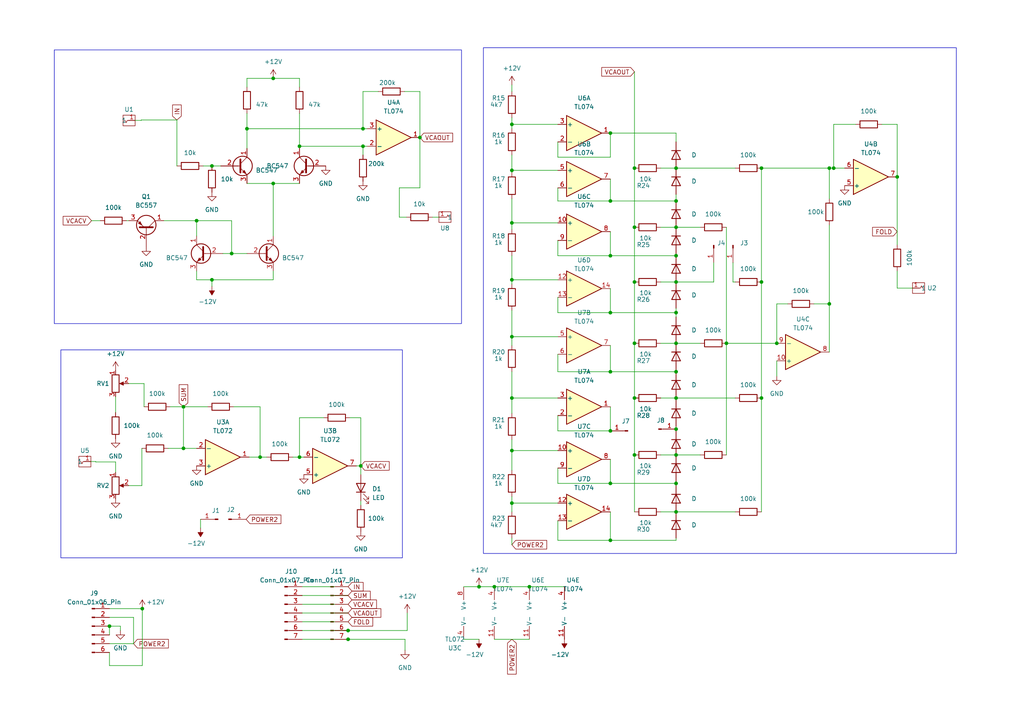
<source format=kicad_sch>
(kicad_sch (version 20230121) (generator eeschema)
  (paper "A4")
  (lib_symbols
    (symbol "Amplifier_Operational:TL072" (pin_names (offset 0.127))
      (property "Reference" "U" (at 0 5.08 0))
      (property "Value" "TL072" (at 0 -5.08 0))
      (symbol "TL072_1_1"
        (pin output line (at 7.62 0 180) (length 2.54) (name "~") (number "1"))
        (pin input line (at -7.62 -2.54 0) (length 2.54) (name "-") (number "2"))
        (pin input line (at -7.62 2.54 0) (length 2.54) (name "+") (number "3"))
      )
      (symbol "TL072_2_1"
        (pin input line (at -7.62 2.54 0) (length 2.54) (name "+") (number "5"))
        (pin input line (at -7.62 -2.54 0) (length 2.54) (name "-") (number "6"))
        (pin output line (at 7.62 0 180) (length 2.54) (name "~") (number "7"))
      )
      (symbol "TL072_3_1"
        (pin power_in line (at -2.54 -7.62 90) (length 3.81) (name "V-") (number "4"))
        (pin power_in line (at -2.54 7.62 270) (length 3.81) (name "V+") (number "8"))
      )
    )
    (symbol "Amplifier_Operational:TL074" (pin_names (offset 0.127))
      (property "Reference" "U" (at 0 5.08 0))
      (property "Value" "TL074" (at 0 -5.08 0))
      (symbol "TL074_1_1"
        (pin output line (at 7.62 0 180) (length 2.54) (name "~") (number "1"))
        (pin input line (at -7.62 -2.54 0) (length 2.54) (name "-") (number "2"))
        (pin input line (at -7.62 2.54 0) (length 2.54) (name "+") (number "3"))
      )
      (symbol "TL074_2_1"
        (pin input line (at -7.62 2.54 0) (length 2.54) (name "+") (number "5"))
        (pin input line (at -7.62 -2.54 0) (length 2.54) (name "-") (number "6"))
        (pin output line (at 7.62 0 180) (length 2.54) (name "~") (number "7"))
      )
      (symbol "TL074_3_1"
        (pin input line (at -7.62 2.54 0) (length 2.54) (name "+") (number "10"))
        (pin output line (at 7.62 0 180) (length 2.54) (name "~") (number "8"))
        (pin input line (at -7.62 -2.54 0) (length 2.54) (name "-") (number "9"))
      )
      (symbol "TL074_4_1"
        (pin input line (at -7.62 2.54 0) (length 2.54) (name "+") (number "12"))
        (pin input line (at -7.62 -2.54 0) (length 2.54) (name "-") (number "13"))
        (pin output line (at 7.62 0 180) (length 2.54) (name "~") (number "14"))
      )
      (symbol "TL074_5_1"
        (pin power_in line (at -2.54 -7.62 90) (length 3.81) (name "V-") (number "11"))
        (pin power_in line (at -2.54 7.62 270) (length 3.81) (name "V+") (number "4"))
      )
    )
    (symbol "Connector:Conn_01x01_Pin" (pin_names (offset 1.016) hide)
      (property "Reference" "J" (at 0 2.54 0))
      (property "Value" "Conn_01x01_Pin" (at 0 -2.54 0))
      (symbol "Conn_01x01_Pin_1_1"
        (pin passive line (at 5.08 0 180) (length 3.81) (name "Pin_1") (number "1"))
      )
    )
    (symbol "Connector:Conn_01x06_Pin" (pin_names (offset 1.016) hide)
      (property "Reference" "J" (at 0 7.62 0))
      (property "Value" "Conn_01x06_Pin" (at 0 -10.16 0))
      (symbol "Conn_01x06_Pin_1_1"
        (pin passive line (at 5.08 5.08 180) (length 3.81) (name "Pin_1") (number "1"))
        (pin passive line (at 5.08 2.54 180) (length 3.81) (name "Pin_2") (number "2"))
        (pin passive line (at 5.08 0 180) (length 3.81) (name "Pin_3") (number "3"))
        (pin passive line (at 5.08 -2.54 180) (length 3.81) (name "Pin_4") (number "4"))
        (pin passive line (at 5.08 -5.08 180) (length 3.81) (name "Pin_5") (number "5"))
        (pin passive line (at 5.08 -7.62 180) (length 3.81) (name "Pin_6") (number "6"))
      )
    )
    (symbol "Connector:Conn_01x07_Pin" (pin_names (offset 1.016) hide)
      (property "Reference" "J" (at 0 10.16 0))
      (property "Value" "Conn_01x07_Pin" (at 0 -10.16 0))
      (symbol "Conn_01x07_Pin_1_1"
        (pin passive line (at 5.08 7.62 180) (length 3.81) (name "Pin_1") (number "1"))
        (pin passive line (at 5.08 5.08 180) (length 3.81) (name "Pin_2") (number "2"))
        (pin passive line (at 5.08 2.54 180) (length 3.81) (name "Pin_3") (number "3"))
        (pin passive line (at 5.08 0 180) (length 3.81) (name "Pin_4") (number "4"))
        (pin passive line (at 5.08 -2.54 180) (length 3.81) (name "Pin_5") (number "5"))
        (pin passive line (at 5.08 -5.08 180) (length 3.81) (name "Pin_6") (number "6"))
        (pin passive line (at 5.08 -7.62 180) (length 3.81) (name "Pin_7") (number "7"))
      )
    )
    (symbol "Device:D" (pin_numbers hide) (pin_names (offset 1.016) hide)
      (property "Reference" "D" (at 0 2.54 0))
      (property "Value" "D" (at 0 -2.54 0))
      (symbol "D_1_1"
        (pin passive line (at -3.81 0 0) (length 2.54) (name "K") (number "1"))
        (pin passive line (at 3.81 0 180) (length 2.54) (name "A") (number "2"))
      )
    )
    (symbol "Device:LED" (pin_numbers hide) (pin_names (offset 1.016) hide)
      (property "Reference" "D" (at 0 2.54 0))
      (property "Value" "LED" (at 0 -2.54 0))
      (symbol "LED_1_1"
        (pin passive line (at -3.81 0 0) (length 2.54) (name "K") (number "1"))
        (pin passive line (at 3.81 0 180) (length 2.54) (name "A") (number "2"))
      )
    )
    (symbol "Device:R" (pin_numbers hide) (pin_names (offset 0))
      (property "Reference" "R" (at 2.032 0 90))
      (property "Value" "R" (at 0 0 90))
      (symbol "R_1_1"
        (pin passive line (at 0 3.81 270) (length 1.27) (name "~") (number "1"))
        (pin passive line (at 0 -3.81 90) (length 1.27) (name "~") (number "2"))
      )
    )
    (symbol "Device:R_Potentiometer" (pin_names (offset 1.016) hide)
      (property "Reference" "RV" (at -4.445 0 90))
      (property "Value" "R_Potentiometer" (at -2.54 0 90))
      (symbol "R_Potentiometer_1_1"
        (pin passive line (at 0 3.81 270) (length 1.27) (name "1") (number "1"))
        (pin passive line (at 3.81 0 180) (length 1.27) (name "2") (number "2"))
        (pin passive line (at 0 -3.81 90) (length 1.27) (name "3") (number "3"))
      )
    )
    (symbol "HEJ:Aux_flush"
      (property "Reference" "U" (at -0.0508 5.3848 0))
      (symbol "Aux_flush_1_1"
        (pin bidirectional line (at 1.7272 0 180) (length 2) (name "1") (number "1"))
      )
    )
    (symbol "Transistor_BJT:BC547" (pin_names (offset 0) hide)
      (property "Reference" "Q" (at 5.08 1.905 0))
      (property "Value" "BC547" (at 5.08 0 0))
      (symbol "BC547_1_1"
        (pin passive line (at 2.54 5.08 270) (length 2.54) (name "C") (number "1"))
        (pin input line (at -5.08 0 0) (length 5.08) (name "B") (number "2"))
        (pin passive line (at 2.54 -5.08 90) (length 2.54) (name "E") (number "3"))
      )
    )
    (symbol "Transistor_BJT:BC557" (pin_names (offset 0) hide)
      (property "Reference" "Q" (at 5.08 1.905 0))
      (property "Value" "BC557" (at 5.08 0 0))
      (symbol "BC557_1_1"
        (pin passive line (at 2.54 5.08 270) (length 2.54) (name "C") (number "1"))
        (pin input line (at -5.08 0 0) (length 5.715) (name "B") (number "2"))
        (pin passive line (at 2.54 -5.08 90) (length 2.54) (name "E") (number "3"))
      )
    )
    (symbol "power:+12V" (power) (pin_names (offset 0))
      (property "Value" "+12V" (at 0 3.556 0))
      (symbol "+12V_1_1"
        (pin power_in line (at 0 0 90) (length 0) hide (name "+12V") (number "1"))
      )
    )
    (symbol "power:-12V" (power) (pin_names (offset 0))
      (property "Value" "-12V" (at 0 3.81 0))
      (symbol "-12V_0_0"
        (pin power_in line (at 0 0 90) (length 0) hide (name "-12V") (number "1"))
      )
    )
    (symbol "power:GND" (power) (pin_names (offset 0))
      (property "Value" "GND" (at 0 -3.81 0))
      (symbol "GND_1_1"
        (pin power_in line (at 0 0 270) (length 0) hide (name "GND") (number "1"))
      )
    )
  )
  (junction (at 196.088 124.46))
  (junction (at 100.965 185.42))
  (junction (at 196.088 107.823))
  (junction (at 148.463 64.643))
  (junction (at 148.463 115.443))
  (junction (at 53.213 117.983))
  (junction (at 240.538 48.768))
  (junction (at 184.023 81.788))
  (junction (at 153.543 170.18))
  (junction (at 148.463 145.923))
  (junction (at 196.088 90.678))
  (junction (at 184.023 131.953))
  (junction (at 71.628 37.338))
  (junction (at 177.038 140.208))
  (junction (at 260.223 51.308))
  (junction (at 177.038 38.608))
  (junction (at 121.793 39.878))
  (junction (at 220.853 48.768))
  (junction (at 86.868 42.418))
  (junction (at 196.088 81.788))
  (junction (at 177.038 58.293))
  (junction (at 31.75 181.61))
  (junction (at 67.183 73.533))
  (junction (at 196.088 99.568))
  (junction (at 148.463 130.683))
  (junction (at 61.468 81.153))
  (junction (at 196.088 131.953))
  (junction (at 79.248 22.733))
  (junction (at 61.468 48.133))
  (junction (at 225.298 99.568))
  (junction (at 57.023 64.008))
  (junction (at 184.023 65.913))
  (junction (at 53.213 130.048))
  (junction (at 148.463 81.153))
  (junction (at 240.538 88.138))
  (junction (at 184.023 99.568))
  (junction (at 41.275 176.53))
  (junction (at 220.853 115.443))
  (junction (at 196.088 140.208))
  (junction (at 184.023 115.443))
  (junction (at 177.038 74.168))
  (junction (at 75.438 132.588))
  (junction (at 177.038 124.968))
  (junction (at 241.808 48.768))
  (junction (at 105.283 42.418))
  (junction (at 100.965 182.88))
  (junction (at 210.693 99.568))
  (junction (at 196.088 148.463))
  (junction (at 148.463 97.663))
  (junction (at 177.038 156.718))
  (junction (at 104.648 135.128))
  (junction (at 196.088 65.913))
  (junction (at 86.868 132.588))
  (junction (at 196.088 58.293))
  (junction (at 148.463 36.068))
  (junction (at 196.088 74.168))
  (junction (at 196.088 48.768))
  (junction (at 220.853 81.788))
  (junction (at 143.383 170.18))
  (junction (at 177.038 90.678))
  (junction (at 184.023 48.768))
  (junction (at 138.938 170.18))
  (junction (at 196.088 115.443))
  (junction (at 148.463 49.403))
  (junction (at 177.038 107.823))
  (junction (at 79.248 53.213))
  (junction (at 105.283 37.338))
  (wire (pts (xy 148.463 66.548) (xy 148.463 64.643)))
  (wire (pts (xy 61.468 48.133) (xy 64.008 48.133)))
  (wire (pts (xy 153.543 170.18) (xy 163.703 170.18)))
  (wire (pts (xy 196.088 148.463) (xy 191.643 148.463)))
  (wire (pts (xy 220.853 115.443) (xy 220.853 81.788)))
  (wire (pts (xy 161.798 140.208) (xy 177.038 140.208)))
  (wire (pts (xy 220.853 81.788) (xy 220.853 48.768)))
  (wire (pts (xy 79.248 22.733) (xy 86.868 22.733)))
  (wire (pts (xy 161.798 120.523) (xy 161.798 124.968)))
  (wire (pts (xy 148.463 36.068) (xy 148.463 34.163)))
  (wire (pts (xy 148.463 36.068) (xy 161.798 36.068)))
  (wire (pts (xy 161.798 90.678) (xy 177.038 90.678)))
  (wire (pts (xy 148.463 148.463) (xy 148.463 145.923)))
  (wire (pts (xy 196.088 115.443) (xy 191.643 115.443)))
  (wire (pts (xy 161.798 102.743) (xy 161.798 107.823)))
  (wire (pts (xy 49.403 117.983) (xy 53.213 117.983)))
  (wire (pts (xy 161.798 86.233) (xy 161.798 90.678)))
  (wire (pts (xy 196.088 132.588) (xy 196.088 131.953)))
  (wire (pts (xy 87.63 185.42) (xy 100.965 185.42)))
  (wire (pts (xy 48.768 130.048) (xy 53.213 130.048)))
  (wire (pts (xy 134.493 185.42) (xy 138.938 185.42)))
  (wire (pts (xy 177.038 124.968) (xy 177.038 117.983)))
  (wire (pts (xy 148.463 119.888) (xy 148.463 115.443)))
  (wire (pts (xy 104.648 135.128) (xy 104.648 137.668)))
  (wire (pts (xy 41.783 111.252) (xy 41.783 117.983)))
  (wire (pts (xy 86.868 132.588) (xy 86.868 121.158)))
  (wire (pts (xy 196.088 99.568) (xy 191.643 99.568)))
  (wire (pts (xy 53.213 130.048) (xy 57.023 130.048)))
  (wire (pts (xy 148.463 100.203) (xy 148.463 97.663)))
  (wire (pts (xy 101.473 121.158) (xy 104.648 121.158)))
  (wire (pts (xy 184.023 65.913) (xy 184.023 81.788)))
  (wire (pts (xy 121.793 54.483) (xy 121.793 39.878)))
  (wire (pts (xy 240.538 88.138) (xy 236.093 88.138)))
  (wire (pts (xy 58.166 150.622) (xy 58.166 153.162)))
  (wire (pts (xy 161.798 41.148) (xy 161.798 45.593)))
  (wire (pts (xy 184.023 20.828) (xy 184.023 48.768)))
  (wire (pts (xy 118.11 182.88) (xy 118.11 177.8)))
  (wire (pts (xy 27.7622 133.858) (xy 27.7622 133.985)))
  (wire (pts (xy 241.808 36.068) (xy 248.158 36.068)))
  (wire (pts (xy 212.598 76.2) (xy 212.598 81.788)))
  (wire (pts (xy 71.628 37.338) (xy 105.283 37.338)))
  (wire (pts (xy 31.75 193.04) (xy 31.75 189.23)))
  (wire (pts (xy 177.038 156.718) (xy 196.088 156.718)))
  (wire (pts (xy 210.693 99.568) (xy 225.298 99.568)))
  (wire (pts (xy 105.283 26.543) (xy 109.728 26.543)))
  (wire (pts (xy 79.248 53.213) (xy 79.248 68.453)))
  (wire (pts (xy 53.213 130.048) (xy 53.213 117.983)))
  (wire (pts (xy 138.938 170.18) (xy 143.383 170.18)))
  (wire (pts (xy 260.223 51.308) (xy 260.223 70.993)))
  (wire (pts (xy 103.378 135.128) (xy 104.648 135.128)))
  (wire (pts (xy 51.308 34.798) (xy 51.308 48.133)))
  (wire (pts (xy 161.798 124.968) (xy 177.038 124.968)))
  (wire (pts (xy 105.283 44.958) (xy 105.283 42.418)))
  (wire (pts (xy 196.088 74.168) (xy 196.088 73.533)))
  (wire (pts (xy 87.63 177.8) (xy 100.965 177.8)))
  (wire (pts (xy 196.088 116.078) (xy 196.088 115.443)))
  (wire (pts (xy 161.798 151.003) (xy 161.798 156.718)))
  (wire (pts (xy 161.798 45.593) (xy 177.038 45.593)))
  (wire (pts (xy 196.088 48.768) (xy 191.643 48.768)))
  (wire (pts (xy 196.088 48.768) (xy 213.233 48.768)))
  (wire (pts (xy 196.088 156.718) (xy 196.088 156.083)))
  (wire (pts (xy 161.798 130.683) (xy 148.463 130.683)))
  (wire (pts (xy 87.63 172.72) (xy 100.965 172.72)))
  (wire (pts (xy 184.023 99.568) (xy 184.023 115.443)))
  (wire (pts (xy 86.868 121.158) (xy 93.853 121.158)))
  (wire (pts (xy 255.778 36.068) (xy 260.223 36.068)))
  (wire (pts (xy 196.088 90.678) (xy 196.088 91.948)))
  (wire (pts (xy 177.038 38.608) (xy 196.088 38.608)))
  (wire (pts (xy 71.628 25.273) (xy 71.628 22.733)))
  (wire (pts (xy 161.798 54.483) (xy 161.798 58.293)))
  (wire (pts (xy 125.476 62.992) (xy 127.3048 62.992)))
  (wire (pts (xy 220.853 48.768) (xy 240.538 48.768)))
  (wire (pts (xy 117.856 62.992) (xy 115.824 62.992)))
  (wire (pts (xy 37.338 140.843) (xy 41.148 140.843)))
  (wire (pts (xy 143.383 170.18) (xy 153.543 170.18)))
  (wire (pts (xy 148.463 145.923) (xy 161.798 145.923)))
  (wire (pts (xy 37.338 64.008) (xy 36.703 64.008)))
  (wire (pts (xy 31.75 186.69) (xy 38.735 186.69)))
  (wire (pts (xy 67.818 117.983) (xy 75.438 117.983)))
  (wire (pts (xy 148.463 26.543) (xy 148.463 24.638)))
  (wire (pts (xy 260.223 83.566) (xy 260.223 78.613)))
  (wire (pts (xy 57.023 78.613) (xy 57.023 81.153)))
  (wire (pts (xy 39.1922 34.925) (xy 40.9702 34.925)))
  (wire (pts (xy 61.468 81.153) (xy 61.468 83.058)))
  (wire (pts (xy 87.63 170.18) (xy 100.965 170.18)))
  (wire (pts (xy 104.648 145.288) (xy 104.648 146.558)))
  (wire (pts (xy 40.9702 34.925) (xy 40.9702 34.798)))
  (wire (pts (xy 71.628 53.213) (xy 79.248 53.213)))
  (wire (pts (xy 196.088 140.208) (xy 196.088 140.843)))
  (wire (pts (xy 240.538 48.768) (xy 240.538 57.658)))
  (wire (pts (xy 41.275 176.53) (xy 41.275 193.04)))
  (wire (pts (xy 161.798 58.293) (xy 177.038 58.293)))
  (wire (pts (xy 37.338 111.252) (xy 41.783 111.252)))
  (wire (pts (xy 57.023 64.008) (xy 57.023 68.453)))
  (wire (pts (xy 38.735 186.69) (xy 38.735 179.07)))
  (wire (pts (xy 240.538 88.138) (xy 240.538 102.108)))
  (wire (pts (xy 148.463 127.508) (xy 148.463 130.683)))
  (wire (pts (xy 196.088 124.46) (xy 196.088 124.968)))
  (wire (pts (xy 34.925 181.61) (xy 31.75 181.61)))
  (wire (pts (xy 177.038 58.293) (xy 196.088 58.293)))
  (wire (pts (xy 148.463 37.338) (xy 148.463 36.068)))
  (wire (pts (xy 161.798 156.718) (xy 177.038 156.718)))
  (wire (pts (xy 87.63 175.26) (xy 100.965 175.26)))
  (wire (pts (xy 177.038 58.293) (xy 177.038 51.943)))
  (wire (pts (xy 161.798 107.823) (xy 177.038 107.823)))
  (wire (pts (xy 196.088 65.913) (xy 191.643 65.913)))
  (wire (pts (xy 177.038 90.678) (xy 177.038 83.693)))
  (wire (pts (xy 148.463 97.663) (xy 161.798 97.663)))
  (wire (pts (xy 29.083 64.008) (xy 26.543 64.008)))
  (wire (pts (xy 177.038 45.593) (xy 177.038 38.608)))
  (wire (pts (xy 225.298 109.093) (xy 225.298 104.648)))
  (wire (pts (xy 184.023 131.953) (xy 184.023 148.463)))
  (wire (pts (xy 184.023 115.443) (xy 184.023 131.953)))
  (wire (pts (xy 86.868 42.418) (xy 105.283 42.418)))
  (wire (pts (xy 100.965 182.88) (xy 118.11 182.88)))
  (wire (pts (xy 117.348 26.543) (xy 121.793 26.543)))
  (wire (pts (xy 40.9702 34.798) (xy 51.308 34.798)))
  (wire (pts (xy 196.088 115.443) (xy 213.233 115.443)))
  (wire (pts (xy 148.463 115.443) (xy 161.798 115.443)))
  (wire (pts (xy 33.528 133.985) (xy 27.7622 133.985)))
  (wire (pts (xy 86.868 22.733) (xy 86.868 25.273)))
  (wire (pts (xy 177.038 156.718) (xy 177.038 148.463)))
  (wire (pts (xy 115.824 54.483) (xy 121.793 54.483)))
  (wire (pts (xy 161.798 49.403) (xy 148.463 49.403)))
  (wire (pts (xy 87.63 182.88) (xy 100.965 182.88)))
  (wire (pts (xy 71.628 37.338) (xy 71.628 43.053)))
  (wire (pts (xy 31.75 193.04) (xy 41.275 193.04)))
  (wire (pts (xy 134.493 170.18) (xy 138.938 170.18)))
  (wire (pts (xy 196.088 131.953) (xy 203.073 131.953)))
  (wire (pts (xy 148.463 74.168) (xy 148.463 81.153)))
  (wire (pts (xy 196.088 139.573) (xy 196.088 140.208)))
  (wire (pts (xy 148.463 145.923) (xy 148.463 144.018)))
  (wire (pts (xy 196.088 58.293) (xy 196.088 56.388)))
  (wire (pts (xy 161.798 69.723) (xy 161.798 74.168)))
  (wire (pts (xy 241.808 48.768) (xy 241.808 36.068)))
  (wire (pts (xy 31.75 181.61) (xy 31.75 184.15)))
  (wire (pts (xy 177.038 90.678) (xy 196.088 90.678)))
  (wire (pts (xy 58.928 48.133) (xy 61.468 48.133)))
  (wire (pts (xy 196.088 148.463) (xy 213.233 148.463)))
  (wire (pts (xy 148.463 90.043) (xy 148.463 97.663)))
  (wire (pts (xy 61.468 81.153) (xy 79.248 81.153)))
  (wire (pts (xy 196.088 65.913) (xy 203.073 65.913)))
  (wire (pts (xy 260.223 83.566) (xy 264.668 83.566)))
  (wire (pts (xy 33.528 137.033) (xy 33.528 133.985)))
  (wire (pts (xy 177.038 100.203) (xy 177.038 107.823)))
  (wire (pts (xy 240.538 48.768) (xy 241.808 48.768)))
  (wire (pts (xy 117.475 188.595) (xy 117.475 185.42)))
  (wire (pts (xy 105.283 37.338) (xy 106.553 37.338)))
  (wire (pts (xy 148.463 82.423) (xy 148.463 81.153)))
  (wire (pts (xy 225.298 99.568) (xy 225.298 88.138)))
  (wire (pts (xy 148.463 81.153) (xy 161.798 81.153)))
  (wire (pts (xy 240.538 65.278) (xy 240.538 88.138)))
  (wire (pts (xy 75.438 132.588) (xy 72.263 132.588)))
  (wire (pts (xy 41.148 140.843) (xy 41.148 130.048)))
  (wire (pts (xy 148.463 64.643) (xy 161.798 64.643)))
  (wire (pts (xy 64.643 73.533) (xy 67.183 73.533)))
  (wire (pts (xy 177.038 140.208) (xy 196.088 140.208)))
  (wire (pts (xy 31.75 176.53) (xy 41.275 176.53)))
  (wire (pts (xy 196.088 123.698) (xy 196.088 124.46)))
  (wire (pts (xy 75.438 117.983) (xy 75.438 132.588)))
  (wire (pts (xy 212.598 81.788) (xy 213.233 81.788)))
  (wire (pts (xy 79.248 81.153) (xy 79.248 78.613)))
  (wire (pts (xy 196.088 81.788) (xy 191.643 81.788)))
  (wire (pts (xy 184.023 81.788) (xy 184.023 99.568)))
  (wire (pts (xy 38.735 179.07) (xy 31.75 179.07)))
  (wire (pts (xy 177.038 140.208) (xy 177.038 133.223)))
  (wire (pts (xy 33.528 119.634) (xy 33.528 115.062)))
  (wire (pts (xy 210.693 99.568) (xy 210.693 131.953)))
  (wire (pts (xy 67.183 73.533) (xy 71.628 73.533)))
  (wire (pts (xy 79.248 53.213) (xy 86.868 53.213)))
  (wire (pts (xy 86.868 32.893) (xy 86.868 42.418)))
  (wire (pts (xy 77.343 132.588) (xy 75.438 132.588)))
  (wire (pts (xy 177.038 107.823) (xy 196.088 107.823)))
  (wire (pts (xy 143.383 185.42) (xy 153.543 185.42)))
  (wire (pts (xy 67.183 64.008) (xy 67.183 73.533)))
  (wire (pts (xy 196.088 38.608) (xy 196.088 41.148)))
  (wire (pts (xy 210.693 65.913) (xy 210.693 99.568)))
  (wire (pts (xy 88.138 132.588) (xy 86.868 132.588)))
  (wire (pts (xy 260.223 36.068) (xy 260.223 51.308)))
  (wire (pts (xy 105.283 42.418) (xy 106.553 42.418)))
  (wire (pts (xy 47.498 64.008) (xy 57.023 64.008)))
  (wire (pts (xy 34.925 182.88) (xy 34.925 181.61)))
  (wire (pts (xy 53.213 117.983) (xy 60.198 117.983)))
  (wire (pts (xy 196.088 89.408) (xy 196.088 90.678)))
  (wire (pts (xy 87.63 180.34) (xy 100.965 180.34)))
  (wire (pts (xy 148.463 130.683) (xy 148.463 136.398)))
  (wire (pts (xy 26.3652 133.858) (xy 27.7622 133.858)))
  (wire (pts (xy 84.963 132.588) (xy 86.868 132.588)))
  (wire (pts (xy 225.298 88.138) (xy 228.473 88.138)))
  (wire (pts (xy 57.023 81.153) (xy 61.468 81.153)))
  (wire (pts (xy 177.038 74.168) (xy 177.038 67.183)))
  (wire (pts (xy 104.648 135.128) (xy 104.648 121.158)))
  (wire (pts (xy 177.038 74.168) (xy 196.088 74.168)))
  (wire (pts (xy 161.798 135.763) (xy 161.798 140.208)))
  (wire (pts (xy 196.088 107.823) (xy 196.088 107.188)))
  (wire (pts (xy 207.01 76.2) (xy 207.01 81.788)))
  (wire (pts (xy 148.463 57.658) (xy 148.463 64.643)))
  (wire (pts (xy 148.463 157.988) (xy 148.463 156.083)))
  (wire (pts (xy 105.283 37.338) (xy 105.283 26.543)))
  (wire (pts (xy 241.808 48.768) (xy 244.983 48.768)))
  (wire (pts (xy 117.475 185.42) (xy 100.965 185.42)))
  (wire (pts (xy 207.01 81.788) (xy 196.088 81.788)))
  (wire (pts (xy 57.023 64.008) (xy 67.183 64.008)))
  (wire (pts (xy 71.628 22.733) (xy 79.248 22.733)))
  (wire (pts (xy 71.628 32.893) (xy 71.628 37.338)))
  (wire (pts (xy 148.463 44.958) (xy 148.463 49.403)))
  (wire (pts (xy 161.798 74.168) (xy 177.038 74.168)))
  (wire (pts (xy 121.793 26.543) (xy 121.793 39.878)))
  (wire (pts (xy 148.463 49.403) (xy 148.463 50.038)))
  (wire (pts (xy 184.023 48.768) (xy 184.023 65.913)))
  (wire (pts (xy 86.868 42.418) (xy 86.868 43.053)))
  (wire (pts (xy 220.853 148.463) (xy 220.853 115.443)))
  (wire (pts (xy 115.824 62.992) (xy 115.824 54.483)))
  (wire (pts (xy 196.088 99.568) (xy 203.073 99.568)))
  (wire (pts (xy 148.463 107.823) (xy 148.463 115.443)))
  (wire (pts (xy 196.088 131.953) (xy 191.643 131.953)))
  (rectangle (start 17.653 101.473) (end 116.713 161.798))
  (rectangle (start 140.208 13.843) (end 277.368 160.528))
  (rectangle (start 15.748 14.478) (end 133.858 93.853))
  (global_label "SUM" (shape input) (at 53.213 117.983 90) (property "Intersheetrefs" "${INTERSHEET_REFS}" (effects hide)))
  (global_label "POWER2" (shape input) (at 71.374 150.622 0) (property "Intersheetrefs" "${INTERSHEET_REFS}" (effects hide)))
  (global_label "SUM" (shape input) (at 100.965 172.72 0) (property "Intersheetrefs" "${INTERSHEET_REFS}" (effects hide)))
  (global_label "FOLD" (shape input) (at 100.965 180.34 0) (property "Intersheetrefs" "${INTERSHEET_REFS}" (effects hide)))
  (global_label "POWER2" (shape input) (at 148.463 157.988 0) (property "Intersheetrefs" "${INTERSHEET_REFS}" (effects hide)))
  (global_label "FOLD" (shape input) (at 260.223 67.183 180) (property "Intersheetrefs" "${INTERSHEET_REFS}" (effects hide)))
  (global_label "VCAOUT" (shape input) (at 121.793 39.878 0) (property "Intersheetrefs" "${INTERSHEET_REFS}" (effects hide)))
  (global_label "VCACV" (shape input) (at 26.543 64.008 180) (property "Intersheetrefs" "${INTERSHEET_REFS}" (effects hide)))
  (global_label "VCACV" (shape input) (at 104.648 135.128 0) (property "Intersheetrefs" "${INTERSHEET_REFS}" (effects hide)))
  (global_label "POWER2" (shape input) (at 148.4658 185.42 270) (property "Intersheetrefs" "${INTERSHEET_REFS}" (effects hide)))
  (global_label "VCAOUT" (shape input) (at 184.023 20.828 180) (property "Intersheetrefs" "${INTERSHEET_REFS}" (effects hide)))
  (global_label "VCAOUT" (shape input) (at 100.965 177.8 0) (property "Intersheetrefs" "${INTERSHEET_REFS}" (effects hide)))
  (global_label "IN" (shape input) (at 100.965 170.18 0) (property "Intersheetrefs" "${INTERSHEET_REFS}" (effects hide)))
  (global_label "POWER2" (shape input) (at 38.735 186.69 0) (property "Intersheetrefs" "${INTERSHEET_REFS}" (effects hide)))
  (global_label "VCACV" (shape input) (at 100.965 175.26 0) (property "Intersheetrefs" "${INTERSHEET_REFS}" (effects hide)))
  (global_label "IN" (shape input) (at 51.308 34.798 90) (property "Intersheetrefs" "${INTERSHEET_REFS}" (effects hide)))
  (symbol (lib_id "Device:R") (at 86.868 29.083 0) (unit 1)
    (property "Reference" "R9" (effects hide))
    (property "Value" "47k" (at 89.408 30.3529 0) (effects (justify left)))
    (property "Footprint" "Resistor_THT:R_Axial_DIN0204_L3.6mm_D1.6mm_P7.62mm_Horizontal" (effects hide))
  )
  (symbol (lib_id "Amplifier_Operational:TL072") (at 64.643 132.588 0) (mirror x) (unit 1)
    (property "Reference" "U3" (at 64.643 122.428 0))
    (property "Value" "TL072" (at 64.643 124.968 0))
    (property "Footprint" "Package_DIP:DIP-8_W7.62mm" (effects hide))
    (property "Datasheet" "http://www.ti.com/lit/ds/symlink/tl071.pdf" (effects hide))
  )
  (symbol (lib_id "Amplifier_Operational:TL074") (at 169.418 83.693 0) (unit 4)
    (property "Reference" "U6" (at 169.418 75.438 0))
    (property "Value" "TL074" (at 169.418 77.978 0))
    (property "Footprint" "Package_DIP:DIP-14_W7.62mm" (effects hide))
    (property "Datasheet" "http://www.ti.com/lit/ds/symlink/tl071.pdf" (effects hide))
  )
  (symbol (lib_id "power:-12V") (at 61.468 83.058 180) (unit 1)
    (property "Reference" "#PWR07" (effects hide))
    (property "Value" "-12V" (at 60.198 87.503 0))
  )
  (symbol (lib_id "Device:D") (at 196.088 152.273 270) (unit 1)
    (property "Reference" "D15" (effects hide))
    (property "Value" "D" (at 200.533 152.273 90) (effects (justify left)))
    (property "Footprint" "Diode_THT:D_A-405_P5.08mm_Vertical_AnodeUp" (effects hide))
  )
  (symbol (lib_id "Device:R") (at 251.968 36.068 90) (unit 1)
    (property "Reference" "R40" (effects hide))
    (property "Value" "100k" (at 251.968 32.258 90))
    (property "Footprint" "Resistor_THT:R_Axial_DIN0204_L3.6mm_D1.6mm_P7.62mm_Horizontal" (effects hide))
  )
  (symbol (lib_id "Transistor_BJT:BC547") (at 69.088 48.133 0) (unit 1)
    (property "Reference" "Q3" (effects hide))
    (property "Value" "BC547" (at 74.168 49.4029 0) (effects (justify left)))
    (property "Footprint" "Package_TO_SOT_THT:TO-92_Inline_Wide" (effects hide))
    (property "Datasheet" "https://www.onsemi.com/pub/Collateral/BC550-D.pdf" (effects hide))
  )
  (symbol (lib_id "Device:R") (at 206.883 99.568 90) (unit 1)
    (property "Reference" "R32" (effects hide))
    (property "Value" "100k" (at 206.883 95.758 90))
    (property "Footprint" "Resistor_THT:R_Axial_DIN0204_L3.6mm_D1.6mm_P7.62mm_Horizontal" (effects hide))
  )
  (symbol (lib_id "power:GND") (at 94.488 48.133 0) (unit 1)
    (property "Reference" "#PWR010" (effects hide))
    (property "Value" "GND" (at 94.488 53.213 0))
  )
  (symbol (lib_id "Connector:Conn_01x01_Pin") (at 212.598 71.12 270) (unit 1)
    (property "Reference" "J3" (at 214.63 70.485 90) (effects (justify left)))
    (property "Value" "Conn_01x01_Pin" (effects hide))
    (property "Footprint" "Connector_PinSocket_2.54mm:PinSocket_1x01_P2.54mm_Vertical" (effects hide))
  )
  (symbol (lib_id "power:+12V") (at 33.528 107.442 0) (unit 1)
    (property "Reference" "#PWR01" (effects hide))
    (property "Value" "+12V" (at 33.528 102.6052 0))
  )
  (symbol (lib_id "Device:R_Potentiometer") (at 33.528 111.252 0) (unit 1)
    (property "Reference" "RV1" (at 31.75 111.252 0) (effects (justify right)))
    (property "Value" "R_Potentiometer" (effects hide))
    (property "Footprint" "Library:AlpsPot" (effects hide))
  )
  (symbol (lib_id "Device:R") (at 104.648 150.368 180) (unit 1)
    (property "Reference" "R11" (effects hide))
    (property "Value" "100k" (at 106.68 150.368 0) (effects (justify right)))
    (property "Footprint" "Resistor_THT:R_Axial_DIN0204_L3.6mm_D1.6mm_P7.62mm_Horizontal" (effects hide))
  )
  (symbol (lib_id "Amplifier_Operational:TL074") (at 156.083 177.8 0) (unit 5)
    (property "Reference" "U6" (at 156.083 168.275 0))
    (property "Value" "TL074" (at 156.083 170.815 0))
    (property "Footprint" "Package_DIP:DIP-14_W7.62mm" (effects hide))
    (property "Datasheet" "http://www.ti.com/lit/ds/symlink/tl071.pdf" (effects hide))
  )
  (symbol (lib_id "Device:R") (at 105.283 48.768 180) (unit 1)
    (property "Reference" "R12" (effects hide))
    (property "Value" "200k" (at 111.633 47.498 0) (effects (justify left)))
    (property "Footprint" "Resistor_THT:R_Axial_DIN0204_L3.6mm_D1.6mm_P7.62mm_Horizontal" (effects hide))
  )
  (symbol (lib_id "Device:R") (at 187.833 99.568 270) (unit 1)
    (property "Reference" "R27" (at 184.658 104.648 90) (effects (justify left)))
    (property "Value" "10k" (at 185.42 102.743 90) (effects (justify left)))
    (property "Footprint" "Resistor_THT:R_Axial_DIN0204_L3.6mm_D1.6mm_P7.62mm_Horizontal" (effects hide))
  )
  (symbol (lib_id "Connector:Conn_01x01_Pin") (at 182.118 124.968 180) (unit 1)
    (property "Reference" "J7" (at 181.483 122.174 0))
    (property "Value" "Conn_01x01_Pin" (effects hide))
    (property "Footprint" "Connector_PinSocket_2.54mm:PinSocket_1x01_P2.54mm_Vertical" (effects hide))
  )
  (symbol (lib_id "Device:R") (at 148.463 140.208 180) (unit 1)
    (property "Reference" "R22" (at 146.558 138.303 0) (effects (justify left)))
    (property "Value" "1k" (at 145.796 140.208 0) (effects (justify left)))
    (property "Footprint" "Resistor_THT:R_Axial_DIN0204_L3.6mm_D1.6mm_P7.62mm_Horizontal" (effects hide))
  )
  (symbol (lib_id "Device:R") (at 148.463 30.353 180) (unit 1)
    (property "Reference" "R15" (at 146.558 28.448 0) (effects (justify left)))
    (property "Value" "4k7" (at 145.796 30.353 0) (effects (justify left)))
    (property "Footprint" "Resistor_THT:R_Axial_DIN0204_L3.6mm_D1.6mm_P7.62mm_Horizontal" (effects hide))
  )
  (symbol (lib_id "Device:D") (at 196.088 135.763 270) (unit 1)
    (property "Reference" "D13" (effects hide))
    (property "Value" "D" (at 200.533 135.763 90) (effects (justify left)))
    (property "Footprint" "Diode_THT:D_A-405_P5.08mm_Vertical_AnodeUp" (effects hide))
  )
  (symbol (lib_id "Transistor_BJT:BC547") (at 89.408 48.133 0) (mirror y) (unit 1)
    (property "Reference" "Q5" (effects hide))
    (property "Value" "BC547" (at 83.6894 48.133 0) (effects (justify left)))
    (property "Footprint" "Package_TO_SOT_THT:TO-92_Inline_Wide" (effects hide))
    (property "Datasheet" "https://www.onsemi.com/pub/Collateral/BC550-D.pdf" (effects hide))
  )
  (symbol (lib_id "Device:R") (at 217.043 148.463 90) (unit 1)
    (property "Reference" "R37" (effects hide))
    (property "Value" "100k" (at 217.043 144.653 90))
    (property "Footprint" "Resistor_THT:R_Axial_DIN0204_L3.6mm_D1.6mm_P7.62mm_Horizontal" (effects hide))
  )
  (symbol (lib_id "Device:R") (at 148.463 41.148 180) (unit 1)
    (property "Reference" "R16" (at 146.558 39.243 0) (effects (justify left)))
    (property "Value" "1k" (at 145.796 41.148 0) (effects (justify left)))
    (property "Footprint" "Resistor_THT:R_Axial_DIN0204_L3.6mm_D1.6mm_P7.62mm_Horizontal" (effects hide))
  )
  (symbol (lib_id "Amplifier_Operational:TL072") (at 131.953 177.8 0) (mirror y) (unit 3)
    (property "Reference" "U3" (at 131.953 187.96 0))
    (property "Value" "TL072" (at 131.953 185.42 0))
    (property "Footprint" "Package_DIP:DIP-8_W7.62mm" (effects hide))
    (property "Datasheet" "http://www.ti.com/lit/ds/symlink/tl071.pdf" (effects hide))
  )
  (symbol (lib_id "Device:D") (at 196.088 111.633 270) (unit 1)
    (property "Reference" "D10" (effects hide))
    (property "Value" "D" (at 200.533 111.633 90) (effects (justify left)))
    (property "Footprint" "Diode_THT:D_A-405_P5.08mm_Vertical_AnodeUp" (effects hide))
  )
  (symbol (lib_id "Device:R") (at 121.666 62.992 270) (unit 1)
    (property "Reference" "R41" (effects hide))
    (property "Value" "10k" (at 121.666 59.182 90))
    (property "Footprint" "Resistor_THT:R_Axial_DIN0204_L3.6mm_D1.6mm_P7.62mm_Horizontal" (effects hide))
  )
  (symbol (lib_id "Amplifier_Operational:TL074") (at 169.418 67.183 0) (unit 3)
    (property "Reference" "U6" (at 169.418 57.023 0))
    (property "Value" "TL074" (at 169.418 59.563 0))
    (property "Footprint" "Package_DIP:DIP-14_W7.62mm" (effects hide))
    (property "Datasheet" "http://www.ti.com/lit/ds/symlink/tl071.pdf" (effects hide))
  )
  (symbol (lib_id "power:GND") (at 61.468 55.753 0) (unit 1)
    (property "Reference" "#PWR06" (effects hide))
    (property "Value" "GND" (at 61.468 60.833 0))
  )
  (symbol (lib_id "Device:D") (at 196.088 52.578 270) (unit 1)
    (property "Reference" "D3" (effects hide))
    (property "Value" "D" (at 200.533 52.578 90) (effects (justify left)))
    (property "Footprint" "Diode_THT:D_A-405_P5.08mm_Vertical_AnodeUp" (effects hide))
  )
  (symbol (lib_id "Device:R") (at 64.008 117.983 90) (unit 1)
    (property "Reference" "R6" (effects hide))
    (property "Value" "100k" (at 64.008 114.173 90))
    (property "Footprint" "Resistor_THT:R_Axial_DIN0204_L3.6mm_D1.6mm_P7.62mm_Horizontal" (effects hide))
  )
  (symbol (lib_id "HEJ:Aux_flush") (at 266.3952 83.566 180) (unit 1)
    (property "Reference" "U2" (at 268.9352 83.5406 0) (effects (justify right)))
    (property "Value" "Aux_flush" (effects hide))
    (property "Footprint" "Library:3mm5 Mono Aux" (effects hide))
  )
  (symbol (lib_id "Device:R") (at 148.463 53.848 180) (unit 1)
    (property "Reference" "R17" (at 146.558 51.943 0) (effects (justify left)))
    (property "Value" "1k" (at 145.796 53.848 0) (effects (justify left)))
    (property "Footprint" "Resistor_THT:R_Axial_DIN0204_L3.6mm_D1.6mm_P7.62mm_Horizontal" (effects hide))
  )
  (symbol (lib_id "Device:R") (at 61.468 51.943 0) (unit 1)
    (property "Reference" "R5" (effects hide))
    (property "Value" "10k" (at 64.008 51.943 0) (effects (justify left)))
    (property "Footprint" "Resistor_THT:R_Axial_DIN0204_L3.6mm_D1.6mm_P7.62mm_Horizontal" (effects hide))
  )
  (symbol (lib_id "Amplifier_Operational:TL074") (at 232.918 102.108 0) (mirror x) (unit 3)
    (property "Reference" "U4" (at 232.918 92.583 0))
    (property "Value" "TL074" (at 232.918 95.123 0))
    (property "Footprint" "Package_DIP:DIP-14_W7.62mm" (effects hide))
    (property "Datasheet" "http://www.ti.com/lit/ds/symlink/tl071.pdf" (effects hide))
  )
  (symbol (lib_id "power:+12V") (at 148.463 24.638 0) (unit 1)
    (property "Reference" "#PWR013" (effects hide))
    (property "Value" "+12V" (at 148.463 19.8012 0))
  )
  (symbol (lib_id "Device:R") (at 148.463 104.013 180) (unit 1)
    (property "Reference" "R20" (at 146.558 102.108 0) (effects (justify left)))
    (property "Value" "1k" (at 145.796 104.013 0) (effects (justify left)))
    (property "Footprint" "Resistor_THT:R_Axial_DIN0204_L3.6mm_D1.6mm_P7.62mm_Horizontal" (effects hide))
  )
  (symbol (lib_id "Device:D") (at 196.088 77.978 270) (unit 1)
    (property "Reference" "D6" (effects hide))
    (property "Value" "D" (at 200.533 77.978 90) (effects (justify left)))
    (property "Footprint" "Diode_THT:D_A-405_P5.08mm_Vertical_AnodeUp" (effects hide))
  )
  (symbol (lib_id "Device:R") (at 148.463 86.233 180) (unit 1)
    (property "Reference" "R19" (at 146.558 84.328 0) (effects (justify left)))
    (property "Value" "1k" (at 145.796 86.233 0) (effects (justify left)))
    (property "Footprint" "Resistor_THT:R_Axial_DIN0204_L3.6mm_D1.6mm_P7.62mm_Horizontal" (effects hide))
  )
  (symbol (lib_id "Device:D") (at 196.088 119.888 270) (unit 1)
    (property "Reference" "D11" (effects hide))
    (property "Value" "D" (at 200.533 119.888 90) (effects (justify left)))
    (property "Footprint" "Diode_THT:D_A-405_P5.08mm_Vertical_AnodeUp" (effects hide))
  )
  (symbol (lib_id "Device:D") (at 196.088 144.653 270) (unit 1)
    (property "Reference" "D14" (effects hide))
    (property "Value" "D" (at 200.533 144.653 90) (effects (justify left)))
    (property "Footprint" "Diode_THT:D_A-405_P5.08mm_Vertical_AnodeUp" (effects hide))
  )
  (symbol (lib_id "Transistor_BJT:BC557") (at 42.418 66.548 270) (mirror x) (unit 1)
    (property "Reference" "Q1" (at 42.418 57.023 90))
    (property "Value" "BC557" (at 42.418 59.563 90))
    (property "Footprint" "Package_TO_SOT_THT:TO-92L_Inline_Wide" (effects hide))
    (property "Datasheet" "https://www.onsemi.com/pub/Collateral/BC556BTA-D.pdf" (effects hide))
  )
  (symbol (lib_id "Amplifier_Operational:TL072") (at 95.758 135.128 0) (mirror x) (unit 2)
    (property "Reference" "U3" (at 95.758 124.968 0))
    (property "Value" "TL072" (at 95.758 127.508 0))
    (property "Footprint" "Package_DIP:DIP-8_W7.62mm" (effects hide))
    (property "Datasheet" "http://www.ti.com/lit/ds/symlink/tl071.pdf" (effects hide))
  )
  (symbol (lib_id "Device:R") (at 81.153 132.588 90) (unit 1)
    (property "Reference" "R8" (effects hide))
    (property "Value" "100k" (at 81.153 128.778 90))
    (property "Footprint" "Resistor_THT:R_Axial_DIN0204_L3.6mm_D1.6mm_P7.62mm_Horizontal" (effects hide))
  )
  (symbol (lib_id "Device:R") (at 217.043 48.768 90) (unit 1)
    (property "Reference" "R34" (effects hide))
    (property "Value" "100k" (at 217.043 44.958 90))
    (property "Footprint" "Resistor_THT:R_Axial_DIN0204_L3.6mm_D1.6mm_P7.62mm_Horizontal" (effects hide))
  )
  (symbol (lib_id "Device:R") (at 148.463 152.273 180) (unit 1)
    (property "Reference" "R23" (at 146.558 150.368 0) (effects (justify left)))
    (property "Value" "4k7" (at 145.796 152.273 0) (effects (justify left)))
    (property "Footprint" "Resistor_THT:R_Axial_DIN0204_L3.6mm_D1.6mm_P7.62mm_Horizontal" (effects hide))
  )
  (symbol (lib_id "Device:R") (at 187.833 148.463 270) (unit 1)
    (property "Reference" "R30" (at 184.658 153.543 90) (effects (justify left)))
    (property "Value" "10k" (at 185.42 151.638 90) (effects (justify left)))
    (property "Footprint" "Resistor_THT:R_Axial_DIN0204_L3.6mm_D1.6mm_P7.62mm_Horizontal" (effects hide))
  )
  (symbol (lib_id "Connector:Conn_01x01_Pin") (at 191.008 124.46 0) (unit 1)
    (property "Reference" "J8" (at 191.643 121.92 0))
    (property "Value" "Conn_01x01_Pin" (effects hide))
    (property "Footprint" "Connector_PinSocket_2.54mm:PinSocket_1x01_P2.54mm_Vertical" (effects hide))
  )
  (symbol (lib_id "Device:R") (at 97.663 121.158 90) (unit 1)
    (property "Reference" "R10" (effects hide))
    (property "Value" "100k" (at 97.663 117.348 90))
    (property "Footprint" "Resistor_THT:R_Axial_DIN0204_L3.6mm_D1.6mm_P7.62mm_Horizontal" (effects hide))
  )
  (symbol (lib_id "Device:D") (at 196.088 69.723 270) (unit 1)
    (property "Reference" "D5" (effects hide))
    (property "Value" "D" (at 200.533 69.723 90) (effects (justify left)))
    (property "Footprint" "Diode_THT:D_A-405_P5.08mm_Vertical_AnodeUp" (effects hide))
  )
  (symbol (lib_id "Device:D") (at 196.088 44.958 270) (unit 1)
    (property "Reference" "D2" (effects hide))
    (property "Value" "D" (at 200.533 44.958 90) (effects (justify left)))
    (property "Footprint" "Diode_THT:D_A-405_P5.08mm_Vertical_AnodeUp" (effects hide))
  )
  (symbol (lib_id "Amplifier_Operational:TL074") (at 169.418 117.983 0) (unit 1)
    (property "Reference" "U7" (at 169.418 107.823 0))
    (property "Value" "TL074" (at 169.418 110.363 0))
    (property "Footprint" "Package_DIP:DIP-14_W7.62mm" (effects hide))
    (property "Datasheet" "http://www.ti.com/lit/ds/symlink/tl071.pdf" (effects hide))
  )
  (symbol (lib_id "Connector:Conn_01x01_Pin") (at 66.294 150.622 0) (unit 1)
    (property "Reference" "J2" (at 66.929 147.828 0))
    (property "Value" "Conn_01x01_Pin" (effects hide))
    (property "Footprint" "Connector_PinSocket_2.54mm:PinSocket_1x01_P2.54mm_Vertical" (effects hide))
  )
  (symbol (lib_id "power:-12V") (at 138.938 185.42 180) (unit 1)
    (property "Reference" "#PWR023" (effects hide))
    (property "Value" "-12V" (at 137.668 189.865 0))
  )
  (symbol (lib_id "Connector:Conn_01x06_Pin") (at 26.67 181.61 0) (unit 1)
    (property "Reference" "J9" (at 27.305 172.085 0))
    (property "Value" "Conn_01x06_Pin" (at 27.305 174.625 0))
    (property "Footprint" "Connector_PinHeader_2.54mm:PinHeader_1x06_P2.54mm_Vertical" (effects hide))
  )
  (symbol (lib_id "Device:D") (at 196.088 95.758 270) (unit 1)
    (property "Reference" "D8" (effects hide))
    (property "Value" "D" (at 200.533 95.758 90) (effects (justify left)))
    (property "Footprint" "Diode_THT:D_A-405_P5.08mm_Vertical_AnodeUp" (effects hide))
  )
  (symbol (lib_id "Device:R") (at 187.833 81.788 270) (unit 1)
    (property "Reference" "R26" (at 184.658 86.868 90) (effects (justify left)))
    (property "Value" "10k" (at 185.42 84.963 90) (effects (justify left)))
    (property "Footprint" "Resistor_THT:R_Axial_DIN0204_L3.6mm_D1.6mm_P7.62mm_Horizontal" (effects hide))
  )
  (symbol (lib_id "Device:R") (at 44.958 130.048 90) (unit 1)
    (property "Reference" "R3" (effects hide))
    (property "Value" "100k" (at 44.958 126.238 90))
    (property "Footprint" "Resistor_THT:R_Axial_DIN0204_L3.6mm_D1.6mm_P7.62mm_Horizontal" (effects hide))
  )
  (symbol (lib_id "power:GND") (at 105.283 52.578 0) (unit 1)
    (property "Reference" "#PWR012" (effects hide))
    (property "Value" "GND" (at 105.283 57.658 0))
  )
  (symbol (lib_id "Transistor_BJT:BC547") (at 59.563 73.533 0) (mirror y) (unit 1)
    (property "Reference" "Q2" (effects hide))
    (property "Value" "BC547" (at 54.483 74.8029 0) (effects (justify left)))
    (property "Footprint" "Package_TO_SOT_THT:TO-92_Inline_Wide" (effects hide))
    (property "Datasheet" "https://www.onsemi.com/pub/Collateral/BC550-D.pdf" (effects hide))
  )
  (symbol (lib_id "Device:R") (at 71.628 29.083 0) (unit 1)
    (property "Reference" "R7" (effects hide))
    (property "Value" "47k" (at 74.168 30.3529 0) (effects (justify left)))
    (property "Footprint" "Resistor_THT:R_Axial_DIN0204_L3.6mm_D1.6mm_P7.62mm_Horizontal" (effects hide))
  )
  (symbol (lib_id "power:-12V") (at 58.166 153.162 180) (unit 1)
    (property "Reference" "#PWR024" (effects hide))
    (property "Value" "-12V" (at 56.896 157.607 0))
  )
  (symbol (lib_id "Device:R") (at 32.893 64.008 90) (unit 1)
    (property "Reference" "R1" (effects hide))
    (property "Value" "100k" (at 32.893 60.198 90))
    (property "Footprint" "Resistor_THT:R_Axial_DIN0204_L3.6mm_D1.6mm_P7.62mm_Horizontal" (effects hide))
  )
  (symbol (lib_id "power:GND") (at 34.925 182.88 0) (unit 1)
    (property "Reference" "#PWR017" (effects hide))
    (property "Value" "GND" (at 34.925 187.96 0))
  )
  (symbol (lib_id "Amplifier_Operational:TL074") (at 252.603 51.308 0) (mirror x) (unit 2)
    (property "Reference" "U4" (at 252.603 41.783 0))
    (property "Value" "TL074" (at 252.603 44.323 0))
    (property "Footprint" "Package_DIP:DIP-14_W7.62mm" (effects hide))
    (property "Datasheet" "http://www.ti.com/lit/ds/symlink/tl071.pdf" (effects hide))
  )
  (symbol (lib_id "Device:R") (at 240.538 61.468 0) (unit 1)
    (property "Reference" "R39" (effects hide))
    (property "Value" "100k" (at 234.188 61.468 0) (effects (justify left)))
    (property "Footprint" "Resistor_THT:R_Axial_DIN0204_L3.6mm_D1.6mm_P7.62mm_Horizontal" (effects hide))
  )
  (symbol (lib_id "Device:R") (at 187.833 65.913 270) (unit 1)
    (property "Reference" "R25" (at 184.658 70.993 90) (effects (justify left)))
    (property "Value" "10k" (at 185.42 69.088 90) (effects (justify left)))
    (property "Footprint" "Resistor_THT:R_Axial_DIN0204_L3.6mm_D1.6mm_P7.62mm_Horizontal" (effects hide))
  )
  (symbol (lib_id "Device:R") (at 55.118 48.133 270) (unit 1)
    (property "Reference" "R4" (effects hide))
    (property "Value" "10k" (at 55.118 44.323 90))
    (property "Footprint" "Resistor_THT:R_Axial_DIN0204_L3.6mm_D1.6mm_P7.62mm_Horizontal" (effects hide))
  )
  (symbol (lib_id "power:-12V") (at 163.703 185.42 180) (unit 1)
    (property "Reference" "#PWR026" (effects hide))
    (property "Value" "-12V" (at 162.433 189.865 0))
  )
  (symbol (lib_id "Device:R") (at 206.883 65.913 90) (unit 1)
    (property "Reference" "R31" (effects hide))
    (property "Value" "100k" (at 206.883 62.103 90))
    (property "Footprint" "Resistor_THT:R_Axial_DIN0204_L3.6mm_D1.6mm_P7.62mm_Horizontal" (effects hide))
  )
  (symbol (lib_id "Device:D") (at 196.088 62.103 270) (unit 1)
    (property "Reference" "D4" (effects hide))
    (property "Value" "D" (at 200.533 62.103 90) (effects (justify left)))
    (property "Footprint" "Diode_THT:D_A-405_P5.08mm_Vertical_AnodeUp" (effects hide))
  )
  (symbol (lib_id "Device:R") (at 148.463 123.698 180) (unit 1)
    (property "Reference" "R21" (at 146.558 121.793 0) (effects (justify left)))
    (property "Value" "1k" (at 145.796 123.698 0) (effects (justify left)))
    (property "Footprint" "Resistor_THT:R_Axial_DIN0204_L3.6mm_D1.6mm_P7.62mm_Horizontal" (effects hide))
  )
  (symbol (lib_id "Amplifier_Operational:TL074") (at 145.923 177.8 0) (unit 5)
    (property "Reference" "U7" (at 145.923 168.275 0))
    (property "Value" "TL074" (at 145.923 170.815 0))
    (property "Footprint" "Package_DIP:DIP-14_W7.62mm" (effects hide))
    (property "Datasheet" "http://www.ti.com/lit/ds/symlink/tl071.pdf" (effects hide))
  )
  (symbol (lib_id "Connector:Conn_01x01_Pin") (at 207.01 71.12 270) (unit 1)
    (property "Reference" "J4" (at 208.026 70.485 90) (effects (justify left)))
    (property "Value" "Conn_01x01_Pin" (effects hide))
    (property "Footprint" "Connector_PinSocket_2.54mm:PinSocket_1x01_P2.54mm_Vertical" (effects hide))
  )
  (symbol (lib_id "Transistor_BJT:BC547") (at 76.708 73.533 0) (unit 1)
    (property "Reference" "Q4" (effects hide))
    (property "Value" "BC547" (at 81.788 74.8029 0) (effects (justify left)))
    (property "Footprint" "Package_TO_SOT_THT:TO-92_Inline_Wide" (effects hide))
    (property "Datasheet" "https://www.onsemi.com/pub/Collateral/BC550-D.pdf" (effects hide))
  )
  (symbol (lib_id "Connector:Conn_01x01_Pin") (at 63.246 150.622 180) (unit 1)
    (property "Reference" "J1" (at 62.611 148.082 0))
    (property "Value" "Conn_01x01_Pin" (effects hide))
    (property "Footprint" "Connector_PinSocket_2.54mm:PinSocket_1x01_P2.54mm_Vertical" (effects hide))
  )
  (symbol (lib_id "Device:R") (at 217.043 81.788 90) (unit 1)
    (property "Reference" "R35" (effects hide))
    (property "Value" "100k" (at 217.043 77.978 90))
    (property "Footprint" "Resistor_THT:R_Axial_DIN0204_L3.6mm_D1.6mm_P7.62mm_Horizontal" (effects hide))
  )
  (symbol (lib_id "Amplifier_Operational:TL074") (at 169.418 51.943 0) (unit 2)
    (property "Reference" "U6" (at 169.418 41.783 0))
    (property "Value" "TL074" (at 169.418 44.323 0))
    (property "Footprint" "Package_DIP:DIP-14_W7.62mm" (effects hide))
    (property "Datasheet" "http://www.ti.com/lit/ds/symlink/tl071.pdf" (effects hide))
  )
  (symbol (lib_id "power:GND") (at 57.023 135.128 0) (unit 1)
    (property "Reference" "#PWR05" (effects hide))
    (property "Value" "GND" (at 57.023 140.208 0))
  )
  (symbol (lib_id "power:+12V") (at 41.275 176.53 0) (unit 1)
    (property "Reference" "#PWR019" (effects hide))
    (property "Value" "+12V" (at 45.085 174.625 0))
  )
  (symbol (lib_id "Device:D") (at 196.088 85.598 270) (unit 1)
    (property "Reference" "D7" (effects hide))
    (property "Value" "D" (at 200.533 85.598 90) (effects (justify left)))
    (property "Footprint" "Diode_THT:D_A-405_P5.08mm_Vertical_AnodeUp" (effects hide))
  )
  (symbol (lib_id "power:+12V") (at 118.11 177.8 0) (unit 1)
    (property "Reference" "#PWR021" (effects hide))
    (property "Value" "+12V" (at 118.11 172.9632 0))
  )
  (symbol (lib_id "HEJ:Aux_flush") (at 24.638 133.858 0) (unit 1)
    (property "Reference" "U5" (at 24.6126 130.683 0))
    (property "Value" "Aux_flush" (effects hide))
    (property "Footprint" "Library:3mm5 Mono Aux" (effects hide))
  )
  (symbol (lib_id "Device:R") (at 113.538 26.543 90) (unit 1)
    (property "Reference" "R13" (effects hide))
    (property "Value" "200k" (at 114.8079 24.003 90) (effects (justify left)))
    (property "Footprint" "Resistor_THT:R_Axial_DIN0204_L3.6mm_D1.6mm_P7.62mm_Horizontal" (effects hide))
  )
  (symbol (lib_id "Device:R") (at 232.283 88.138 90) (unit 1)
    (property "Reference" "R38" (effects hide))
    (property "Value" "100k" (at 232.283 84.328 90))
    (property "Footprint" "Resistor_THT:R_Axial_DIN0204_L3.6mm_D1.6mm_P7.62mm_Horizontal" (effects hide))
  )
  (symbol (lib_id "power:GND") (at 104.648 154.178 0) (unit 1)
    (property "Reference" "#PWR011" (effects hide))
    (property "Value" "GND" (at 104.648 159.258 0))
  )
  (symbol (lib_id "HEJ:Aux_flush") (at 37.465 34.925 0) (unit 1)
    (property "Reference" "U1" (at 37.4396 31.75 0))
    (property "Value" "Aux_flush" (effects hide))
    (property "Footprint" "Library:3mm5 Mono Aux" (effects hide))
  )
  (symbol (lib_id "Device:LED") (at 104.648 141.478 90) (unit 1)
    (property "Reference" "D1" (at 107.95 141.7955 90) (effects (justify right)))
    (property "Value" "LED" (at 107.95 144.3355 90) (effects (justify right)))
    (property "Footprint" "LED_THT:LED_D3.0mm" (effects hide))
  )
  (symbol (lib_id "Device:R") (at 187.833 131.953 270) (unit 1)
    (property "Reference" "R29" (at 184.658 137.033 90) (effects (justify left)))
    (property "Value" "10k" (at 185.42 135.128 90) (effects (justify left)))
    (property "Footprint" "Resistor_THT:R_Axial_DIN0204_L3.6mm_D1.6mm_P7.62mm_Horizontal" (effects hide))
  )
  (symbol (lib_id "power:GND") (at 117.475 188.595 0) (unit 1)
    (property "Reference" "#PWR020" (effects hide))
    (property "Value" "GND" (at 117.475 193.675 0))
  )
  (symbol (lib_id "Connector:Conn_01x07_Pin") (at 95.885 177.8 0) (unit 1)
    (property "Reference" "J11" (at 97.79 165.735 0))
    (property "Value" "Conn_01x07_Pin" (at 96.52 168.275 0))
    (property "Footprint" "Connector_PinSocket_2.54mm:PinSocket_1x07_P2.54mm_Vertical" (effects hide))
  )
  (symbol (lib_id "Device:R") (at 45.593 117.983 90) (unit 1)
    (property "Reference" "R2" (effects hide))
    (property "Value" "100k" (at 45.593 114.173 90))
    (property "Footprint" "Resistor_THT:R_Axial_DIN0204_L3.6mm_D1.6mm_P7.62mm_Horizontal" (effects hide))
  )
  (symbol (lib_id "Amplifier_Operational:TL074") (at 169.418 100.203 0) (unit 2)
    (property "Reference" "U7" (at 169.418 90.678 0))
    (property "Value" "TL074" (at 169.418 93.218 0))
    (property "Footprint" "Package_DIP:DIP-14_W7.62mm" (effects hide))
    (property "Datasheet" "http://www.ti.com/lit/ds/symlink/tl071.pdf" (effects hide))
  )
  (symbol (lib_id "Amplifier_Operational:TL074") (at 114.173 39.878 0) (unit 1)
    (property "Reference" "U4" (at 114.173 29.718 0))
    (property "Value" "TL074" (at 114.173 32.258 0))
    (property "Footprint" "Package_DIP:DIP-14_W7.62mm" (effects hide))
    (property "Datasheet" "http://www.ti.com/lit/ds/symlink/tl071.pdf" (effects hide))
  )
  (symbol (lib_id "Device:R") (at 187.833 48.768 270) (unit 1)
    (property "Reference" "R24" (at 184.658 53.848 90) (effects (justify left)))
    (property "Value" "10k" (at 185.42 51.943 90) (effects (justify left)))
    (property "Footprint" "Resistor_THT:R_Axial_DIN0204_L3.6mm_D1.6mm_P7.62mm_Horizontal" (effects hide))
  )
  (symbol (lib_id "power:GND") (at 33.528 127.254 0) (unit 1)
    (property "Reference" "#PWR02" (effects hide))
    (property "Value" "GND" (at 33.528 132.334 0))
  )
  (symbol (lib_id "HEJ:Aux_flush") (at 129.032 62.992 180) (unit 1)
    (property "Reference" "U8" (at 129.0574 66.167 0))
    (property "Value" "Aux_flush" (effects hide))
    (property "Footprint" "Library:3mm5 Mono Aux" (effects hide))
  )
  (symbol (lib_id "power:GND") (at 42.418 71.628 0) (unit 1)
    (property "Reference" "#PWR04" (effects hide))
    (property "Value" "GND" (at 42.418 76.708 0))
  )
  (symbol (lib_id "power:+12V") (at 79.248 22.733 0) (unit 1)
    (property "Reference" "#PWR08" (effects hide))
    (property "Value" "+12V" (at 79.248 17.8962 0))
  )
  (symbol (lib_id "Amplifier_Operational:TL074") (at 169.418 133.223 0) (unit 3)
    (property "Reference" "U7" (at 169.418 123.698 0))
    (property "Value" "TL074" (at 169.418 126.238 0))
    (property "Footprint" "Package_DIP:DIP-14_W7.62mm" (effects hide))
    (property "Datasheet" "http://www.ti.com/lit/ds/symlink/tl071.pdf" (effects hide))
  )
  (symbol (lib_id "power:GND") (at 225.298 109.093 0) (unit 1)
    (property "Reference" "#PWR015" (effects hide))
    (property "Value" "GND" (at 225.298 114.173 0))
  )
  (symbol (lib_id "power:GND") (at 244.983 53.848 0) (unit 1)
    (property "Reference" "#PWR016" (effects hide))
    (property "Value" "GND" (at 244.983 58.928 0))
  )
  (symbol (lib_id "Amplifier_Operational:TL074") (at 169.418 148.463 0) (unit 4)
    (property "Reference" "U7" (at 169.418 138.938 0))
    (property "Value" "TL074" (at 169.418 141.478 0))
    (property "Footprint" "Package_DIP:DIP-14_W7.62mm" (effects hide))
    (property "Datasheet" "http://www.ti.com/lit/ds/symlink/tl071.pdf" (effects hide))
  )
  (symbol (lib_id "Amplifier_Operational:TL074") (at 166.243 177.8 0) (unit 5)
    (property "Reference" "U4" (at 166.243 168.275 0))
    (property "Value" "TL074" (at 166.243 170.815 0))
    (property "Footprint" "Package_DIP:DIP-14_W7.62mm" (effects hide))
    (property "Datasheet" "http://www.ti.com/lit/ds/symlink/tl071.pdf" (effects hide))
  )
  (symbol (lib_id "Amplifier_Operational:TL074") (at 169.418 38.608 0) (unit 1)
    (property "Reference" "U6" (at 169.418 28.448 0))
    (property "Value" "TL074" (at 169.418 30.988 0))
    (property "Footprint" "Package_DIP:DIP-14_W7.62mm" (effects hide))
    (property "Datasheet" "http://www.ti.com/lit/ds/symlink/tl071.pdf" (effects hide))
  )
  (symbol (lib_id "Device:R") (at 206.883 131.953 90) (unit 1)
    (property "Reference" "R33" (effects hide))
    (property "Value" "100k" (at 206.883 128.143 90))
    (property "Footprint" "Resistor_THT:R_Axial_DIN0204_L3.6mm_D1.6mm_P7.62mm_Horizontal" (effects hide))
  )
  (symbol (lib_id "Connector:Conn_01x07_Pin") (at 82.55 177.8 0) (unit 1)
    (property "Reference" "J10" (at 84.455 165.735 0))
    (property "Value" "Conn_01x07_Pin" (at 83.185 168.275 0))
    (property "Footprint" "Connector_PinSocket_2.54mm:PinSocket_1x07_P2.54mm_Vertical" (effects hide))
  )
  (symbol (lib_id "Device:R") (at 148.463 70.358 180) (unit 1)
    (property "Reference" "R18" (at 146.558 68.453 0) (effects (justify left)))
    (property "Value" "1k" (at 145.796 70.358 0) (effects (justify left)))
    (property "Footprint" "Resistor_THT:R_Axial_DIN0204_L3.6mm_D1.6mm_P7.62mm_Horizontal" (effects hide))
  )
  (symbol (lib_id "Device:R") (at 217.043 115.443 90) (unit 1)
    (property "Reference" "R36" (effects hide))
    (property "Value" "100k" (at 217.043 111.633 90))
    (property "Footprint" "Resistor_THT:R_Axial_DIN0204_L3.6mm_D1.6mm_P7.62mm_Horizontal" (effects hide))
  )
  (symbol (lib_id "power:GND") (at 33.528 144.653 0) (unit 1)
    (property "Reference" "#PWR03" (effects hide))
    (property "Value" "GND" (at 33.528 149.733 0))
  )
  (symbol (lib_id "power:+12V") (at 138.938 170.18 0) (unit 1)
    (property "Reference" "#PWR022" (effects hide))
    (property "Value" "+12V" (at 138.938 165.3432 0))
  )
  (symbol (lib_id "Device:R") (at 187.833 115.443 270) (unit 1)
    (property "Reference" "R28" (at 184.658 120.523 90) (effects (justify left)))
    (property "Value" "10k" (at 185.42 118.618 90) (effects (justify left)))
    (property "Footprint" "Resistor_THT:R_Axial_DIN0204_L3.6mm_D1.6mm_P7.62mm_Horizontal" (effects hide))
  )
  (symbol (lib_id "power:GND") (at 88.138 137.668 0) (unit 1)
    (property "Reference" "#PWR09" (effects hide))
    (property "Value" "GND" (at 88.138 142.748 0))
  )
  (symbol (lib_id "Device:R") (at 33.528 123.444 180) (unit 1)
    (property "Reference" "R42" (effects hide))
    (property "Value" "100k" (at 35.814 123.444 0) (effects (justify right)))
    (property "Footprint" "Resistor_THT:R_Axial_DIN0204_L3.6mm_D1.6mm_P7.62mm_Horizontal" (effects hide))
  )
  (symbol (lib_id "Device:R_Potentiometer") (at 33.528 140.843 0) (unit 1)
    (property "Reference" "RV2" (at 31.75 140.843 0) (effects (justify right)))
    (property "Value" "R_Potentiometer" (effects hide))
    (property "Footprint" "Library:AlpsPot" (effects hide))
  )
  (symbol (lib_id "Device:R") (at 260.223 74.803 180) (unit 1)
    (property "Reference" "R14" (effects hide))
    (property "Value" "100k" (at 263.779 74.803 90))
    (property "Footprint" "Resistor_THT:R_Axial_DIN0204_L3.6mm_D1.6mm_P7.62mm_Horizontal" (effects hide))
  )
  (symbol (lib_id "Device:D") (at 196.088 128.778 270) (unit 1)
    (property "Reference" "D12" (effects hide))
    (property "Value" "D" (at 200.533 128.778 90) (effects (justify left)))
    (property "Footprint" "Diode_THT:D_A-405_P5.08mm_Vertical_AnodeUp" (effects hide))
  )
  (symbol (lib_id "Device:D") (at 196.088 103.378 270) (unit 1)
    (property "Reference" "D9" (effects hide))
    (property "Value" "D" (at 200.533 103.378 90) (effects (justify left)))
    (property "Footprint" "Diode_THT:D_A-405_P5.08mm_Vertical_AnodeUp" (effects hide))
  )
)
</source>
